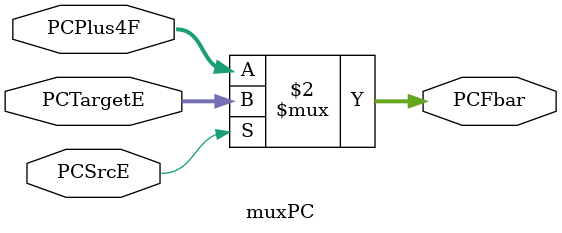
<source format=v>
`timescale 1ns / 1ps


module muxPC(
input wire [31:0] PCPlus4F, PCTargetE, input wire PCSrcE,
output reg [31:0] PCFbar

    );
    
    always @(*) 
    begin
    PCFbar = (PCSrcE) ? PCTargetE : PCPlus4F;
    end
endmodule

</source>
